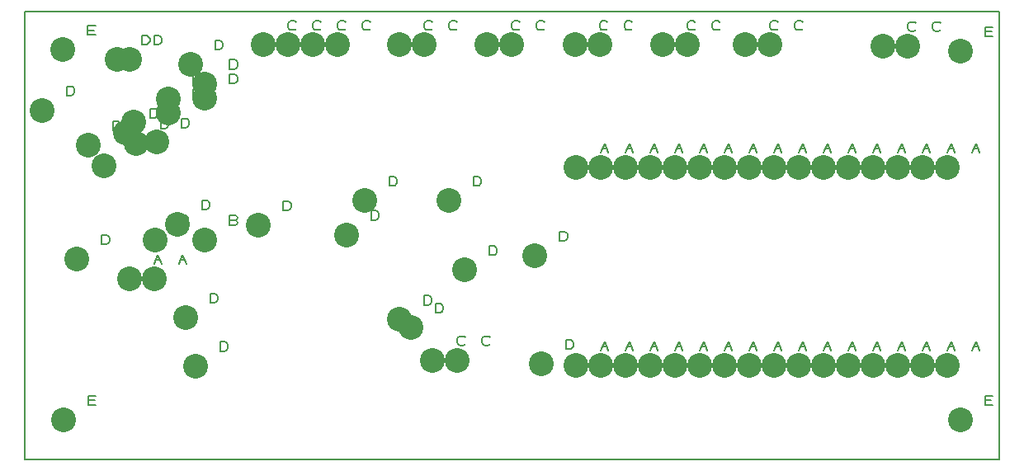
<source format=gbr>
%FSLAX23Y23*%
%MOIN*%
G04 EasyPC Gerber Version 12.0.1 Build 2704 *
%ADD12C,0.00500*%
%ADD94C,0.10000*%
X0Y0D02*
D02*
D12*
X3Y3D02*
X3937D01*
Y1811*
X3*
Y3*
X171Y1473D02*
Y1510D01*
X190*
X196Y1507*
X200Y1504*
X203Y1498*
Y1485*
X200Y1479*
X196Y1476*
X190Y1473*
X171*
X256Y1717D02*
Y1754D01*
X287*
X281Y1735D02*
X256D01*
Y1717D02*
X287D01*
X259Y222D02*
Y259D01*
X290*
X284Y241D02*
X259D01*
Y222D02*
X290D01*
X313Y871D02*
Y909D01*
X332*
X338Y905*
X341Y902*
X344Y896*
Y884*
X341Y877*
X338Y874*
X332Y871*
X313*
X358Y1331D02*
Y1369D01*
X377*
X383Y1365*
X387Y1362*
X390Y1356*
Y1344*
X387Y1337*
X383Y1334*
X377Y1331*
X358*
X421Y1248D02*
Y1286D01*
X440*
X446Y1283*
X450Y1280*
X453Y1273*
Y1261*
X450Y1255*
X446Y1252*
X440Y1248*
X421*
X475Y1678D02*
Y1716D01*
X494*
X500Y1713*
X503Y1709*
X507Y1703*
Y1691*
X503Y1684*
X500Y1681*
X494Y1678*
X475*
X508Y1382D02*
Y1420D01*
X527*
X533Y1417*
X536Y1414*
X539Y1407*
Y1395*
X536Y1389*
X533Y1385*
X527Y1382*
X508*
X524Y792D02*
X539Y830D01*
X555Y792*
X530Y808D02*
X549D01*
X524Y1678D02*
Y1715D01*
X543*
X549Y1712*
X552Y1709*
X555Y1703*
Y1690*
X552Y1684*
X549Y1681*
X543Y1678*
X524*
X543Y1426D02*
Y1463D01*
X562*
X568Y1460*
X572Y1457*
X575Y1451*
Y1438*
X572Y1432*
X568Y1429*
X562Y1426*
X543*
X551Y1339D02*
Y1376D01*
X570*
X576Y1373*
X579Y1370*
X583Y1364*
Y1351*
X579Y1345*
X576Y1342*
X570Y1339*
X551*
X624Y792D02*
X639Y830D01*
X655Y792*
X630Y808D02*
X649D01*
X652Y969D02*
X658Y965D01*
X661Y959*
X658Y953*
X652Y950*
X630*
Y987*
X652*
X658Y984*
X661Y978*
X658Y972*
X652Y969*
X630*
X634Y1343D02*
Y1380D01*
X653*
X659Y1377*
X662Y1374*
X665Y1368*
Y1355*
X662Y1349*
X659Y1346*
X653Y1343*
X634*
X681Y1461D02*
Y1499D01*
X700*
X706Y1495*
X709Y1492*
X712Y1486*
Y1474*
X709Y1467*
X706Y1464*
X700Y1461*
X681*
Y1516D02*
Y1554D01*
X700*
X706Y1551*
X709Y1547*
X712Y1541*
Y1529*
X709Y1522*
X706Y1519*
X700Y1516*
X681*
X717Y1012D02*
Y1050D01*
X735*
X742Y1047*
X745Y1043*
X748Y1037*
Y1025*
X745Y1018*
X742Y1015*
X735Y1012*
X717*
X751Y635D02*
Y672D01*
X770*
X776Y669*
X779Y666*
X782Y660*
Y647*
X779Y641*
X776Y638*
X770Y635*
X751*
X771Y1658D02*
Y1696D01*
X789*
X796Y1693*
X799Y1690*
X802Y1683*
Y1671*
X799Y1665*
X796Y1662*
X789Y1658*
X771*
X791Y439D02*
Y477D01*
X810*
X816Y474*
X820Y471*
X823Y464*
Y452*
X820Y446*
X816Y442*
X810Y439*
X791*
X852Y969D02*
X858Y965D01*
X861Y959*
X858Y953*
X852Y950*
X830*
Y987*
X852*
X858Y984*
X861Y978*
X858Y972*
X852Y969*
X830*
Y1521D02*
Y1558D01*
X848*
X855Y1555*
X858Y1552*
X861Y1546*
Y1533*
X858Y1527*
X855Y1524*
X848Y1521*
X830*
Y1580D02*
Y1617D01*
X848*
X855Y1614*
X858Y1611*
X861Y1605*
Y1592*
X858Y1586*
X855Y1583*
X848Y1580*
X830*
X1046Y1009D02*
Y1046D01*
X1065*
X1071Y1043*
X1074Y1040*
X1077Y1034*
Y1021*
X1074Y1015*
X1071Y1012*
X1065Y1009*
X1046*
X1097Y1743D02*
X1094Y1740D01*
X1088Y1737*
X1078*
X1072Y1740*
X1069Y1743*
X1066Y1750*
Y1762*
X1069Y1768*
X1072Y1772*
X1078Y1775*
X1088*
X1094Y1772*
X1097Y1768*
X1197Y1743D02*
X1194Y1740D01*
X1188Y1737*
X1178*
X1172Y1740*
X1169Y1743*
X1166Y1750*
Y1762*
X1169Y1768*
X1172Y1772*
X1178Y1775*
X1188*
X1194Y1772*
X1197Y1768*
X1297Y1743D02*
X1294Y1740D01*
X1288Y1737*
X1278*
X1272Y1740*
X1269Y1743*
X1266Y1750*
Y1762*
X1269Y1768*
X1272Y1772*
X1278Y1775*
X1288*
X1294Y1772*
X1297Y1768*
X1397Y1743D02*
X1394Y1740D01*
X1388Y1737*
X1378*
X1372Y1740*
X1369Y1743*
X1366Y1750*
Y1762*
X1369Y1768*
X1372Y1772*
X1378Y1775*
X1388*
X1394Y1772*
X1397Y1768*
X1401Y969D02*
Y1007D01*
X1419*
X1426Y1004*
X1429Y1001*
X1432Y994*
Y982*
X1429Y976*
X1426Y973*
X1419Y969*
X1401*
X1474Y1107D02*
Y1145D01*
X1493*
X1499Y1142*
X1502Y1139*
X1506Y1132*
Y1120*
X1502Y1114*
X1499Y1110*
X1493Y1107*
X1474*
X1614Y626D02*
Y664D01*
X1633*
X1639Y661*
X1642Y658*
X1646Y651*
Y639*
X1642Y633*
X1639Y630*
X1633Y626*
X1614*
X1647Y1743D02*
X1644Y1740D01*
X1637Y1737*
X1628*
X1622Y1740*
X1619Y1743*
X1615Y1750*
Y1762*
X1619Y1768*
X1622Y1772*
X1628Y1775*
X1637*
X1644Y1772*
X1647Y1768*
X1662Y595D02*
Y632D01*
X1680*
X1687Y629*
X1690Y626*
X1693Y620*
Y607*
X1690Y601*
X1687Y598*
X1680Y595*
X1662*
X1747Y1743D02*
X1744Y1740D01*
X1737Y1737*
X1728*
X1722Y1740*
X1719Y1743*
X1715Y1750*
Y1762*
X1719Y1768*
X1722Y1772*
X1728Y1775*
X1737*
X1744Y1772*
X1747Y1768*
X1781Y469D02*
X1778Y466D01*
X1772Y463*
X1762*
X1756Y466*
X1753Y469*
X1750Y475*
Y488*
X1753Y494*
X1756Y497*
X1762Y500*
X1772*
X1778Y497*
X1781Y494*
X1814Y1107D02*
Y1145D01*
X1833*
X1839Y1142*
X1842Y1139*
X1845Y1132*
Y1120*
X1842Y1114*
X1839Y1110*
X1833Y1107*
X1814*
X1881Y469D02*
X1878Y466D01*
X1872Y463*
X1862*
X1856Y466*
X1853Y469*
X1850Y475*
Y488*
X1853Y494*
X1856Y497*
X1862Y500*
X1872*
X1878Y497*
X1881Y494*
X1878Y827D02*
Y865D01*
X1897*
X1903Y862*
X1906Y858*
X1909Y852*
Y840*
X1906Y833*
X1903Y830*
X1897Y827*
X1878*
X2001Y1743D02*
X1998Y1740D01*
X1992Y1737*
X1982*
X1976Y1740*
X1973Y1743*
X1970Y1750*
Y1762*
X1973Y1768*
X1976Y1772*
X1982Y1775*
X1992*
X1998Y1772*
X2001Y1768*
X2101Y1743D02*
X2098Y1740D01*
X2092Y1737*
X2082*
X2076Y1740*
X2073Y1743*
X2070Y1750*
Y1762*
X2073Y1768*
X2076Y1772*
X2082Y1775*
X2092*
X2098Y1772*
X2101Y1768*
X2163Y886D02*
Y923D01*
X2182*
X2188Y920*
X2191Y917*
X2195Y911*
Y898*
X2191Y892*
X2188Y889*
X2182Y886*
X2163*
X2188Y448D02*
Y485D01*
X2207*
X2213Y482*
X2216Y479*
X2219Y473*
Y460*
X2216Y454*
X2213Y451*
X2207Y448*
X2188*
X2355Y1743D02*
X2352Y1740D01*
X2346Y1737*
X2337*
X2330Y1740*
X2327Y1743*
X2324Y1750*
Y1762*
X2327Y1768*
X2330Y1772*
X2337Y1775*
X2346*
X2352Y1772*
X2355Y1768*
X2329Y442D02*
X2344Y479D01*
X2360Y442*
X2335Y457D02*
X2354D01*
X2329Y1242D02*
X2344Y1279D01*
X2360Y1242*
X2335Y1257D02*
X2354D01*
X2455Y1743D02*
X2452Y1740D01*
X2446Y1737*
X2437*
X2430Y1740*
X2427Y1743*
X2424Y1750*
Y1762*
X2427Y1768*
X2430Y1772*
X2437Y1775*
X2446*
X2452Y1772*
X2455Y1768*
X2429Y442D02*
X2444Y479D01*
X2460Y442*
X2435Y457D02*
X2454D01*
X2429Y1242D02*
X2444Y1279D01*
X2460Y1242*
X2435Y1257D02*
X2454D01*
X2529Y442D02*
X2544Y479D01*
X2560Y442*
X2535Y457D02*
X2554D01*
X2529Y1242D02*
X2544Y1279D01*
X2560Y1242*
X2535Y1257D02*
X2554D01*
X2629Y442D02*
X2644Y479D01*
X2660Y442*
X2635Y457D02*
X2654D01*
X2629Y1242D02*
X2644Y1279D01*
X2660Y1242*
X2635Y1257D02*
X2654D01*
X2710Y1743D02*
X2707Y1740D01*
X2700Y1737*
X2691*
X2685Y1740*
X2682Y1743*
X2678Y1750*
Y1762*
X2682Y1768*
X2685Y1772*
X2691Y1775*
X2700*
X2707Y1772*
X2710Y1768*
X2729Y442D02*
X2744Y479D01*
X2760Y442*
X2735Y457D02*
X2754D01*
X2729Y1242D02*
X2744Y1279D01*
X2760Y1242*
X2735Y1257D02*
X2754D01*
X2810Y1743D02*
X2807Y1740D01*
X2800Y1737*
X2791*
X2785Y1740*
X2782Y1743*
X2778Y1750*
Y1762*
X2782Y1768*
X2785Y1772*
X2791Y1775*
X2800*
X2807Y1772*
X2810Y1768*
X2829Y442D02*
X2844Y479D01*
X2860Y442*
X2835Y457D02*
X2854D01*
X2829Y1242D02*
X2844Y1279D01*
X2860Y1242*
X2835Y1257D02*
X2854D01*
X2929Y442D02*
X2944Y479D01*
X2960Y442*
X2935Y457D02*
X2954D01*
X2929Y1242D02*
X2944Y1279D01*
X2960Y1242*
X2935Y1257D02*
X2954D01*
X3044Y1743D02*
X3041Y1740D01*
X3035Y1737*
X3026*
X3019Y1740*
X3016Y1743*
X3013Y1750*
Y1762*
X3016Y1768*
X3019Y1772*
X3026Y1775*
X3035*
X3041Y1772*
X3044Y1768*
X3029Y442D02*
X3044Y479D01*
X3060Y442*
X3035Y457D02*
X3054D01*
X3029Y1242D02*
X3044Y1279D01*
X3060Y1242*
X3035Y1257D02*
X3054D01*
X3144Y1743D02*
X3141Y1740D01*
X3135Y1737*
X3126*
X3119Y1740*
X3116Y1743*
X3113Y1750*
Y1762*
X3116Y1768*
X3119Y1772*
X3126Y1775*
X3135*
X3141Y1772*
X3144Y1768*
X3129Y442D02*
X3144Y479D01*
X3160Y442*
X3135Y457D02*
X3154D01*
X3129Y1242D02*
X3144Y1279D01*
X3160Y1242*
X3135Y1257D02*
X3154D01*
X3229Y442D02*
X3244Y479D01*
X3260Y442*
X3235Y457D02*
X3254D01*
X3229Y1242D02*
X3244Y1279D01*
X3260Y1242*
X3235Y1257D02*
X3254D01*
X3329Y442D02*
X3344Y479D01*
X3360Y442*
X3335Y457D02*
X3354D01*
X3329Y1242D02*
X3344Y1279D01*
X3360Y1242*
X3335Y1257D02*
X3354D01*
X3429Y442D02*
X3444Y479D01*
X3460Y442*
X3435Y457D02*
X3454D01*
X3429Y1242D02*
X3444Y1279D01*
X3460Y1242*
X3435Y1257D02*
X3454D01*
X3529Y442D02*
X3544Y479D01*
X3560Y442*
X3535Y457D02*
X3554D01*
X3529Y1242D02*
X3544Y1279D01*
X3560Y1242*
X3535Y1257D02*
X3554D01*
X3601Y1739D02*
X3598Y1736D01*
X3591Y1733*
X3582*
X3576Y1736*
X3573Y1739*
X3569Y1745*
Y1758*
X3573Y1764*
X3576Y1767*
X3582Y1770*
X3591*
X3598Y1767*
X3601Y1764*
X3629Y442D02*
X3644Y479D01*
X3660Y442*
X3635Y457D02*
X3654D01*
X3629Y1242D02*
X3644Y1279D01*
X3660Y1242*
X3635Y1257D02*
X3654D01*
X3701Y1739D02*
X3698Y1736D01*
X3691Y1733*
X3682*
X3676Y1736*
X3673Y1739*
X3669Y1745*
Y1758*
X3673Y1764*
X3676Y1767*
X3682Y1770*
X3691*
X3698Y1767*
X3701Y1764*
X3729Y442D02*
X3744Y479D01*
X3760Y442*
X3735Y457D02*
X3754D01*
X3729Y1242D02*
X3744Y1279D01*
X3760Y1242*
X3735Y1257D02*
X3754D01*
X3829Y442D02*
X3844Y479D01*
X3860Y442*
X3835Y457D02*
X3854D01*
X3829Y1242D02*
X3844Y1279D01*
X3860Y1242*
X3835Y1257D02*
X3854D01*
X3881Y222D02*
Y259D01*
X3913*
X3906Y241D02*
X3881D01*
Y222D02*
X3913D01*
X3882Y1713D02*
Y1750D01*
X3913*
X3907Y1731D02*
X3882D01*
Y1713D02*
X3913D01*
D02*
D94*
X71Y1413D03*
X156Y1657D03*
X159Y162D03*
X213Y812D03*
X258Y1272D03*
X321Y1189D03*
X375Y1619D03*
X408Y1323D03*
X424Y733D03*
Y1618D03*
X443Y1366D03*
X451Y1280D03*
X524Y733D03*
X530Y890D03*
X534Y1284D03*
X581Y1402D03*
Y1457D03*
X617Y953D03*
X651Y575D03*
X671Y1599D03*
X691Y380D03*
X730Y890D03*
Y1461D03*
Y1520D03*
X946Y949D03*
X966Y1678D03*
X1066D03*
X1166D03*
X1266D03*
X1301Y910D03*
X1374Y1048D03*
X1514Y567D03*
X1515Y1678D03*
X1562Y536D03*
X1615Y1678D03*
X1650Y403D03*
X1714Y1048D03*
X1750Y403D03*
X1778Y768D03*
X1870Y1678D03*
X1970D03*
X2063Y826D03*
X2088Y388D03*
X2224Y1678D03*
X2229Y382D03*
Y1182D03*
X2324Y1678D03*
X2329Y382D03*
Y1182D03*
X2429Y382D03*
Y1182D03*
X2529Y382D03*
Y1182D03*
X2578Y1678D03*
X2629Y382D03*
Y1182D03*
X2678Y1678D03*
X2729Y382D03*
Y1182D03*
X2829Y382D03*
Y1182D03*
X2913Y1678D03*
X2929Y382D03*
Y1182D03*
X3013Y1678D03*
X3029Y382D03*
Y1182D03*
X3129Y382D03*
Y1182D03*
X3229Y382D03*
Y1182D03*
X3329Y382D03*
Y1182D03*
X3429Y382D03*
Y1182D03*
X3469Y1673D03*
X3529Y382D03*
Y1182D03*
X3569Y1673D03*
X3629Y382D03*
Y1182D03*
X3729Y382D03*
Y1182D03*
X3781Y162D03*
X3782Y1653D03*
X0Y0D02*
M02*

</source>
